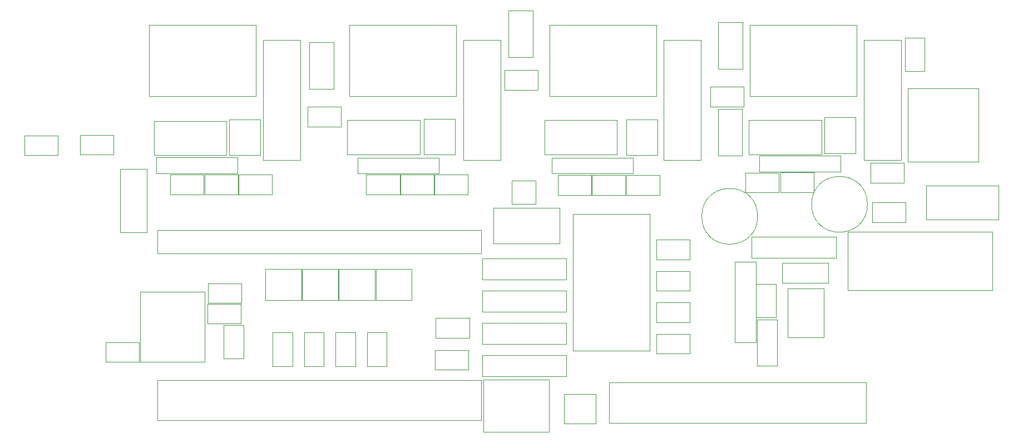
<source format=gbr>
G04 #@! TF.GenerationSoftware,KiCad,Pcbnew,(6.0.0)*
G04 #@! TF.CreationDate,2022-02-21T09:00:57-08:00*
G04 #@! TF.ProjectId,MakeItRain,4d616b65-4974-4526-9169-6e2e6b696361,rev?*
G04 #@! TF.SameCoordinates,Original*
G04 #@! TF.FileFunction,Other,User*
%FSLAX46Y46*%
G04 Gerber Fmt 4.6, Leading zero omitted, Abs format (unit mm)*
G04 Created by KiCad (PCBNEW (6.0.0)) date 2022-02-21 09:00:57*
%MOMM*%
%LPD*%
G01*
G04 APERTURE LIST*
%ADD10C,0.050000*%
%ADD11C,0.100000*%
G04 APERTURE END LIST*
D10*
G04 #@! TO.C,C1*
X58589800Y-86716900D02*
X58589800Y-96316900D01*
X58589800Y-96316900D02*
X62689800Y-96316900D01*
X62689800Y-86716900D02*
X58589800Y-86716900D01*
X62689800Y-96316900D02*
X62689800Y-86716900D01*
G04 #@! TO.C,C2*
X87383000Y-67369700D02*
X87383000Y-74469700D01*
X87383000Y-74469700D02*
X91083000Y-74469700D01*
X91083000Y-74469700D02*
X91083000Y-67369700D01*
X91083000Y-67369700D02*
X87383000Y-67369700D01*
G04 #@! TO.C,C3*
X117723600Y-62535000D02*
X117723600Y-69635000D01*
X117723600Y-69635000D02*
X121423600Y-69635000D01*
X121423600Y-69635000D02*
X121423600Y-62535000D01*
X121423600Y-62535000D02*
X117723600Y-62535000D01*
G04 #@! TO.C,C4*
X149631900Y-64348300D02*
X149631900Y-71448300D01*
X153331900Y-64348300D02*
X149631900Y-64348300D01*
X153331900Y-71448300D02*
X153331900Y-64348300D01*
X149631900Y-71448300D02*
X153331900Y-71448300D01*
G04 #@! TO.C,D3*
X80325000Y-67030000D02*
X80325000Y-85370000D01*
X86045000Y-67030000D02*
X80325000Y-67030000D01*
X86045000Y-85370000D02*
X86045000Y-67030000D01*
X80325000Y-85370000D02*
X86045000Y-85370000D01*
G04 #@! TO.C,D5*
X110805000Y-67030000D02*
X110805000Y-85370000D01*
X110805000Y-85370000D02*
X116525000Y-85370000D01*
X116525000Y-85370000D02*
X116525000Y-67030000D01*
X116525000Y-67030000D02*
X110805000Y-67030000D01*
G04 #@! TO.C,D7*
X177485000Y-85370000D02*
X177485000Y-67030000D01*
X177485000Y-67030000D02*
X171765000Y-67030000D01*
X171765000Y-67030000D02*
X171765000Y-85370000D01*
X171765000Y-85370000D02*
X177485000Y-85370000D01*
G04 #@! TO.C,D9*
X147005000Y-85370000D02*
X147005000Y-67030000D01*
X141285000Y-67030000D02*
X141285000Y-85370000D01*
X141285000Y-85370000D02*
X147005000Y-85370000D01*
X147005000Y-67030000D02*
X141285000Y-67030000D01*
G04 #@! TO.C,D1*
X126143800Y-125482100D02*
X130993800Y-125482100D01*
X130993800Y-120982100D02*
X126143800Y-120982100D01*
X130993800Y-125482100D02*
X130993800Y-120982100D01*
X126143800Y-120982100D02*
X126143800Y-125482100D01*
G04 #@! TO.C,IC2*
X165709800Y-112314900D02*
X160209800Y-112314900D01*
X165709800Y-104864900D02*
X165709800Y-112314900D01*
X160209800Y-112314900D02*
X160209800Y-104864900D01*
X160209800Y-104864900D02*
X165709800Y-104864900D01*
G04 #@! TO.C,J2*
X113540000Y-124990000D02*
X64240000Y-124990000D01*
X113540000Y-118890000D02*
X113540000Y-124990000D01*
X64240000Y-118890000D02*
X113540000Y-118890000D01*
X64240000Y-124990000D02*
X64240000Y-118890000D01*
G04 #@! TO.C,J3*
X113540000Y-99590000D02*
X64240000Y-99590000D01*
X113540000Y-96040000D02*
X113540000Y-99590000D01*
X64240000Y-96040000D02*
X113540000Y-96040000D01*
X64240000Y-99590000D02*
X64240000Y-96040000D01*
G04 #@! TO.C,L1*
X152134500Y-113079000D02*
X155334500Y-113079000D01*
X155334500Y-113079000D02*
X155334500Y-100819000D01*
X152134500Y-100819000D02*
X152134500Y-113079000D01*
X155334500Y-100819000D02*
X152134500Y-100819000D01*
G04 #@! TO.C,P1*
X189250000Y-85590000D02*
X189250000Y-74420000D01*
X178440000Y-74420000D02*
X178440000Y-85590000D01*
X189250000Y-74420000D02*
X178440000Y-74420000D01*
X178440000Y-85590000D02*
X189250000Y-85590000D01*
G04 #@! TO.C,Q3*
X74793700Y-84584600D02*
X63753700Y-84584600D01*
X63753700Y-84584600D02*
X63753700Y-79394600D01*
X63753700Y-79394600D02*
X74793700Y-79394600D01*
X74793700Y-79394600D02*
X74793700Y-84584600D01*
G04 #@! TO.C,Q6*
X104212600Y-84472600D02*
X93172600Y-84472600D01*
X93172600Y-79282600D02*
X104212600Y-79282600D01*
X93172600Y-84472600D02*
X93172600Y-79282600D01*
X104212600Y-79282600D02*
X104212600Y-84472600D01*
G04 #@! TO.C,Q7*
X97346300Y-106636700D02*
X91886300Y-106636700D01*
X91886300Y-101896700D02*
X97346300Y-101896700D01*
X97346300Y-106636700D02*
X97346300Y-101896700D01*
X91886300Y-101896700D02*
X91886300Y-106636700D01*
G04 #@! TO.C,Q9*
X123149700Y-84472600D02*
X123149700Y-79282600D01*
X134189700Y-79282600D02*
X134189700Y-84472600D01*
X123149700Y-79282600D02*
X134189700Y-79282600D01*
X134189700Y-84472600D02*
X123149700Y-84472600D01*
G04 #@! TO.C,Q12*
X165333200Y-79282600D02*
X165333200Y-84472600D01*
X165333200Y-84472600D02*
X154293200Y-84472600D01*
X154293200Y-79282600D02*
X165333200Y-79282600D01*
X154293200Y-84472600D02*
X154293200Y-79282600D01*
G04 #@! TO.C,Q13*
X192315500Y-89205400D02*
X192315500Y-94395400D01*
X181275500Y-94395400D02*
X181275500Y-89205400D01*
X192315500Y-94395400D02*
X181275500Y-94395400D01*
X181275500Y-89205400D02*
X192315500Y-89205400D01*
G04 #@! TO.C,R1*
X44037000Y-81585000D02*
X44037000Y-84585000D01*
X44037000Y-84585000D02*
X49127000Y-84585000D01*
X49127000Y-84585000D02*
X49127000Y-81585000D01*
X49127000Y-81585000D02*
X44037000Y-81585000D01*
G04 #@! TO.C,Z2*
X93470000Y-75560000D02*
X109720000Y-75560000D01*
X93470000Y-64750000D02*
X93470000Y-75560000D01*
X109720000Y-75560000D02*
X109720000Y-64750000D01*
X109720000Y-64750000D02*
X93470000Y-64750000D01*
G04 #@! TO.C,Z3*
X140200000Y-64750000D02*
X123950000Y-64750000D01*
X140200000Y-75560000D02*
X140200000Y-64750000D01*
X123950000Y-75560000D02*
X140200000Y-75560000D01*
X123950000Y-64750000D02*
X123950000Y-75560000D01*
G04 #@! TO.C,Z4*
X170680000Y-75560000D02*
X170680000Y-64750000D01*
X154430000Y-64750000D02*
X154430000Y-75560000D01*
X154430000Y-75560000D02*
X170680000Y-75560000D01*
X170680000Y-64750000D02*
X154430000Y-64750000D01*
G04 #@! TO.C,Z1*
X62990000Y-75560000D02*
X79240000Y-75560000D01*
X62990000Y-64750000D02*
X62990000Y-75560000D01*
X79240000Y-75560000D02*
X79240000Y-64750000D01*
X79240000Y-64750000D02*
X62990000Y-64750000D01*
G04 #@! TO.C,J1*
X172149000Y-119242300D02*
X132999000Y-119242300D01*
X132999000Y-119242300D02*
X132999000Y-125392300D01*
X172149000Y-125392300D02*
X172149000Y-119242300D01*
X132999000Y-125392300D02*
X172149000Y-125392300D01*
G04 #@! TO.C,Z5*
X64091500Y-84945400D02*
X76441500Y-84945400D01*
X76441500Y-84945400D02*
X76441500Y-87365400D01*
X64091500Y-87365400D02*
X64091500Y-84945400D01*
X76441500Y-87365400D02*
X64091500Y-87365400D01*
G04 #@! TO.C,Z6*
X107067500Y-87406000D02*
X94717500Y-87406000D01*
X94717500Y-84986000D02*
X107067500Y-84986000D01*
X94717500Y-87406000D02*
X94717500Y-84986000D01*
X107067500Y-84986000D02*
X107067500Y-87406000D01*
G04 #@! TO.C,Z8*
X168213300Y-87074200D02*
X155863300Y-87074200D01*
X168213300Y-84654200D02*
X168213300Y-87074200D01*
X155863300Y-84654200D02*
X168213300Y-84654200D01*
X155863300Y-87074200D02*
X155863300Y-84654200D01*
G04 #@! TO.C,C8*
X172324100Y-92075800D02*
G75*
G03*
X172324100Y-92075800I-4250000J0D01*
G01*
G04 #@! TO.C,Q4*
X86288400Y-101909800D02*
X86288400Y-106649800D01*
X86288400Y-101909800D02*
X91748400Y-101909800D01*
X91748400Y-106649800D02*
X86288400Y-106649800D01*
X91748400Y-106649800D02*
X91748400Y-101909800D01*
G04 #@! TO.C,R23*
X77072300Y-107127200D02*
X77072300Y-104127200D01*
X71982300Y-104127200D02*
X71982300Y-107127200D01*
X77072300Y-104127200D02*
X71982300Y-104127200D01*
X71982300Y-107127200D02*
X77072300Y-107127200D01*
G04 #@! TO.C,R31*
X86597100Y-111624500D02*
X86597100Y-116714500D01*
X89597100Y-111624500D02*
X86597100Y-111624500D01*
X89597100Y-116714500D02*
X89597100Y-111624500D01*
X86597100Y-116714500D02*
X89597100Y-116714500D01*
G04 #@! TO.C,R16*
X135491400Y-90645900D02*
X135491400Y-87645900D01*
X135491400Y-87645900D02*
X130401400Y-87645900D01*
X130401400Y-87645900D02*
X130401400Y-90645900D01*
X130401400Y-90645900D02*
X135491400Y-90645900D01*
G04 #@! TO.C,Q2*
X75188800Y-84576600D02*
X75188800Y-79116600D01*
X75188800Y-84576600D02*
X79928800Y-84576600D01*
X79928800Y-79116600D02*
X75188800Y-79116600D01*
X79928800Y-79116600D02*
X79928800Y-84576600D01*
G04 #@! TO.C,R24*
X76966700Y-107265100D02*
X71876700Y-107265100D01*
X76966700Y-110265100D02*
X76966700Y-107265100D01*
X71876700Y-110265100D02*
X76966700Y-110265100D01*
X71876700Y-107265100D02*
X71876700Y-110265100D01*
G04 #@! TO.C,R5*
X87107500Y-80228900D02*
X92197500Y-80228900D01*
X87107500Y-77228900D02*
X87107500Y-80228900D01*
X92197500Y-77228900D02*
X87107500Y-77228900D01*
X92197500Y-80228900D02*
X92197500Y-77228900D01*
G04 #@! TO.C,RV1*
X115379100Y-92618800D02*
X115379100Y-98018800D01*
X125479100Y-92618800D02*
X115379100Y-92618800D01*
X125479100Y-98018800D02*
X125479100Y-92618800D01*
X115379100Y-98018800D02*
X125479100Y-98018800D01*
G04 #@! TO.C,J4*
X118230900Y-88444000D02*
X118230900Y-92044000D01*
X118230900Y-92044000D02*
X121830900Y-92044000D01*
X121830900Y-92044000D02*
X121830900Y-88444000D01*
X121830900Y-88444000D02*
X118230900Y-88444000D01*
G04 #@! TO.C,R15*
X125238500Y-87652400D02*
X125238500Y-90652400D01*
X130328500Y-90652400D02*
X130328500Y-87652400D01*
X125238500Y-90652400D02*
X130328500Y-90652400D01*
X130328500Y-87652400D02*
X125238500Y-87652400D01*
G04 #@! TO.C,R2*
X57609000Y-81511900D02*
X52519000Y-81511900D01*
X57609000Y-84511900D02*
X57609000Y-81511900D01*
X52519000Y-81511900D02*
X52519000Y-84511900D01*
X52519000Y-84511900D02*
X57609000Y-84511900D01*
G04 #@! TO.C,R17*
X181040300Y-71792800D02*
X181040300Y-66702800D01*
X178040300Y-66702800D02*
X178040300Y-71792800D01*
X181040300Y-66702800D02*
X178040300Y-66702800D01*
X178040300Y-71792800D02*
X181040300Y-71792800D01*
G04 #@! TO.C,R4*
X106504700Y-117264800D02*
X111594700Y-117264800D01*
X111594700Y-117264800D02*
X111594700Y-114264800D01*
X111594700Y-114264800D02*
X106504700Y-114264800D01*
X106504700Y-114264800D02*
X106504700Y-117264800D01*
G04 #@! TO.C,R18*
X172793400Y-88783100D02*
X177883400Y-88783100D01*
X177883400Y-88783100D02*
X177883400Y-85783100D01*
X172793400Y-85783100D02*
X172793400Y-88783100D01*
X177883400Y-85783100D02*
X172793400Y-85783100D01*
G04 #@! TO.C,R29*
X145281000Y-111826100D02*
X140191000Y-111826100D01*
X140191000Y-114826100D02*
X145281000Y-114826100D01*
X140191000Y-111826100D02*
X140191000Y-114826100D01*
X145281000Y-114826100D02*
X145281000Y-111826100D01*
G04 #@! TO.C,R25*
X77359900Y-110478500D02*
X74359900Y-110478500D01*
X74359900Y-110478500D02*
X74359900Y-115568500D01*
X77359900Y-115568500D02*
X77359900Y-110478500D01*
X74359900Y-115568500D02*
X77359900Y-115568500D01*
G04 #@! TO.C,R33*
X99177800Y-116714500D02*
X99177800Y-111624500D01*
X96177800Y-116714500D02*
X99177800Y-116714500D01*
X96177800Y-111624500D02*
X96177800Y-116714500D01*
X99177800Y-111624500D02*
X96177800Y-111624500D01*
G04 #@! TO.C,R14*
X140687400Y-87665200D02*
X135597400Y-87665200D01*
X140687400Y-90665200D02*
X140687400Y-87665200D01*
X135597400Y-87665200D02*
X135597400Y-90665200D01*
X135597400Y-90665200D02*
X140687400Y-90665200D01*
G04 #@! TO.C,Q11*
X170541500Y-78843000D02*
X165801500Y-78843000D01*
X170541500Y-78843000D02*
X170541500Y-84303000D01*
X165801500Y-84303000D02*
X165801500Y-78843000D01*
X165801500Y-84303000D02*
X170541500Y-84303000D01*
G04 #@! TO.C,R27*
X145281000Y-105247400D02*
X145281000Y-102247400D01*
X140191000Y-105247400D02*
X145281000Y-105247400D01*
X140191000Y-102247400D02*
X140191000Y-105247400D01*
X145281000Y-102247400D02*
X140191000Y-102247400D01*
G04 #@! TO.C,D4*
X113670300Y-113361400D02*
X126530300Y-113361400D01*
X113670300Y-110161400D02*
X113670300Y-113361400D01*
X126530300Y-113361400D02*
X126530300Y-110161400D01*
X126530300Y-110161400D02*
X113670300Y-110161400D01*
G04 #@! TO.C,D2*
X126530300Y-118270800D02*
X126530300Y-115070800D01*
X113670300Y-115070800D02*
X113670300Y-118270800D01*
X126530300Y-115070800D02*
X113670300Y-115070800D01*
X113670300Y-118270800D02*
X126530300Y-118270800D01*
D11*
G04 #@! TO.C,S1*
X123866200Y-118773800D02*
X123866200Y-126773800D01*
X113866200Y-118773800D02*
X123866200Y-118773800D01*
X123866200Y-126773800D02*
X113866200Y-126773800D01*
X113866200Y-126773800D02*
X113866200Y-118773800D01*
D10*
G04 #@! TO.C,R9*
X122172200Y-74633700D02*
X122172200Y-71633700D01*
X117082200Y-74633700D02*
X122172200Y-74633700D01*
X122172200Y-71633700D02*
X117082200Y-71633700D01*
X117082200Y-71633700D02*
X117082200Y-74633700D01*
G04 #@! TO.C,R13*
X153501000Y-74202800D02*
X148411000Y-74202800D01*
X148411000Y-77202800D02*
X153501000Y-77202800D01*
X148411000Y-74202800D02*
X148411000Y-77202800D01*
X153501000Y-77202800D02*
X153501000Y-74202800D01*
G04 #@! TO.C,R6*
X76600900Y-87573600D02*
X76600900Y-90573600D01*
X81690900Y-90573600D02*
X81690900Y-87573600D01*
X81690900Y-87573600D02*
X76600900Y-87573600D01*
X76600900Y-90573600D02*
X81690900Y-90573600D01*
G04 #@! TO.C,R11*
X96052100Y-90573600D02*
X101142100Y-90573600D01*
X96052100Y-87573600D02*
X96052100Y-90573600D01*
X101142100Y-87573600D02*
X96052100Y-87573600D01*
X101142100Y-90573600D02*
X101142100Y-87573600D01*
G04 #@! TO.C,R7*
X71306100Y-90573600D02*
X71306100Y-87573600D01*
X71306100Y-87573600D02*
X66216100Y-87573600D01*
X66216100Y-87573600D02*
X66216100Y-90573600D01*
X66216100Y-90573600D02*
X71306100Y-90573600D01*
D11*
G04 #@! TO.C,U2*
X191362900Y-96293100D02*
X191362900Y-105143100D01*
X191362900Y-105143100D02*
X169362900Y-105143100D01*
X169362900Y-96293100D02*
X191362900Y-96293100D01*
X169362900Y-105143100D02*
X169362900Y-96293100D01*
D10*
G04 #@! TO.C,Q10*
X97518100Y-101896700D02*
X102978100Y-101896700D01*
X97518100Y-101896700D02*
X97518100Y-106636700D01*
X102978100Y-106636700D02*
X97518100Y-106636700D01*
X102978100Y-106636700D02*
X102978100Y-101896700D01*
G04 #@! TO.C,D8*
X126530300Y-103542700D02*
X126530300Y-100342700D01*
X126530300Y-100342700D02*
X113670300Y-100342700D01*
X113670300Y-100342700D02*
X113670300Y-103542700D01*
X113670300Y-103542700D02*
X126530300Y-103542700D01*
G04 #@! TO.C,IC3*
X61605600Y-105439500D02*
X71495600Y-105439500D01*
X61605600Y-116099500D02*
X61605600Y-105439500D01*
X71495600Y-116099500D02*
X61605600Y-116099500D01*
X71495600Y-105439500D02*
X71495600Y-116099500D01*
G04 #@! TO.C,Q1*
X80692400Y-101914400D02*
X80692400Y-106654400D01*
X86152400Y-106654400D02*
X80692400Y-106654400D01*
X80692400Y-101914400D02*
X86152400Y-101914400D01*
X86152400Y-106654400D02*
X86152400Y-101914400D01*
G04 #@! TO.C,R26*
X140191000Y-97458100D02*
X140191000Y-100458100D01*
X145281000Y-100458100D02*
X145281000Y-97458100D01*
X145281000Y-97458100D02*
X140191000Y-97458100D01*
X140191000Y-100458100D02*
X145281000Y-100458100D01*
G04 #@! TO.C,R8*
X76512600Y-87573600D02*
X71422600Y-87573600D01*
X71422600Y-87573600D02*
X71422600Y-90573600D01*
X76512600Y-90573600D02*
X76512600Y-87573600D01*
X71422600Y-90573600D02*
X76512600Y-90573600D01*
G04 #@! TO.C,IC4*
X139216900Y-93559400D02*
X139216900Y-114399400D01*
X127516900Y-114399400D02*
X127516900Y-93559400D01*
X127516900Y-93559400D02*
X139216900Y-93559400D01*
X139216900Y-114399400D02*
X127516900Y-114399400D01*
G04 #@! TO.C,Q8*
X140396600Y-79122900D02*
X135656600Y-79122900D01*
X135656600Y-84582900D02*
X140396600Y-84582900D01*
X135656600Y-84582900D02*
X135656600Y-79122900D01*
X140396600Y-79122900D02*
X140396600Y-84582900D01*
G04 #@! TO.C,Q5*
X109527400Y-79049200D02*
X104787400Y-79049200D01*
X104787400Y-84509200D02*
X104787400Y-79049200D01*
X104787400Y-84509200D02*
X109527400Y-84509200D01*
X109527400Y-79049200D02*
X109527400Y-84509200D01*
G04 #@! TO.C,D10*
X154660100Y-97062200D02*
X154660100Y-100262200D01*
X154660100Y-100262200D02*
X167520100Y-100262200D01*
X167520100Y-97062200D02*
X154660100Y-97062200D01*
X167520100Y-100262200D02*
X167520100Y-97062200D01*
G04 #@! TO.C,C5*
X149584400Y-77584400D02*
X149584400Y-84684400D01*
X149584400Y-84684400D02*
X153284400Y-84684400D01*
X153284400Y-84684400D02*
X153284400Y-77584400D01*
X153284400Y-77584400D02*
X149584400Y-77584400D01*
G04 #@! TO.C,R21*
X178150200Y-91813200D02*
X173060200Y-91813200D01*
X173060200Y-91813200D02*
X173060200Y-94813200D01*
X178150200Y-94813200D02*
X178150200Y-91813200D01*
X173060200Y-94813200D02*
X178150200Y-94813200D01*
G04 #@! TO.C,C9*
X155612600Y-93906000D02*
G75*
G03*
X155612600Y-93906000I-4250000J0D01*
G01*
G04 #@! TO.C,R3*
X106638300Y-112418500D02*
X111728300Y-112418500D01*
X111728300Y-109418500D02*
X106638300Y-109418500D01*
X106638300Y-109418500D02*
X106638300Y-112418500D01*
X111728300Y-112418500D02*
X111728300Y-109418500D01*
G04 #@! TO.C,R30*
X84806700Y-116714500D02*
X84806700Y-111624500D01*
X81806700Y-111624500D02*
X81806700Y-116714500D01*
X84806700Y-111624500D02*
X81806700Y-111624500D01*
X81806700Y-116714500D02*
X84806700Y-116714500D01*
G04 #@! TO.C,R12*
X106316700Y-87551400D02*
X101226700Y-87551400D01*
X106316700Y-90551400D02*
X106316700Y-87551400D01*
X101226700Y-90551400D02*
X106316700Y-90551400D01*
X101226700Y-87551400D02*
X101226700Y-90551400D01*
G04 #@! TO.C,R22*
X158400200Y-109307700D02*
X158400200Y-104217700D01*
X158400200Y-104217700D02*
X155400200Y-104217700D01*
X155400200Y-104217700D02*
X155400200Y-109307700D01*
X155400200Y-109307700D02*
X158400200Y-109307700D01*
G04 #@! TO.C,R28*
X140191000Y-107036800D02*
X140191000Y-110036800D01*
X145281000Y-107036800D02*
X140191000Y-107036800D01*
X140191000Y-110036800D02*
X145281000Y-110036800D01*
X145281000Y-110036800D02*
X145281000Y-107036800D01*
G04 #@! TO.C,R20*
X159083300Y-87231000D02*
X159083300Y-90231000D01*
X164173300Y-87231000D02*
X159083300Y-87231000D01*
X164173300Y-90231000D02*
X164173300Y-87231000D01*
X159083300Y-90231000D02*
X164173300Y-90231000D01*
G04 #@! TO.C,R19*
X153720800Y-90280800D02*
X158810800Y-90280800D01*
X158810800Y-87280800D02*
X153720800Y-87280800D01*
X158810800Y-90280800D02*
X158810800Y-87280800D01*
X153720800Y-87280800D02*
X153720800Y-90280800D01*
G04 #@! TO.C,R10*
X106428100Y-87545900D02*
X106428100Y-90545900D01*
X111518100Y-87545900D02*
X106428100Y-87545900D01*
X111518100Y-90545900D02*
X111518100Y-87545900D01*
X106428100Y-90545900D02*
X111518100Y-90545900D01*
G04 #@! TO.C,C7*
X159313200Y-101021700D02*
X159313200Y-104021700D01*
X166413200Y-104021700D02*
X166413200Y-101021700D01*
X159313200Y-104021700D02*
X166413200Y-104021700D01*
X166413200Y-101021700D02*
X159313200Y-101021700D01*
G04 #@! TO.C,D6*
X113670300Y-105252100D02*
X113670300Y-108452100D01*
X113670300Y-108452100D02*
X126530300Y-108452100D01*
X126530300Y-105252100D02*
X113670300Y-105252100D01*
X126530300Y-108452100D02*
X126530300Y-105252100D01*
G04 #@! TO.C,R32*
X94387500Y-111624500D02*
X91387500Y-111624500D01*
X94387500Y-116714500D02*
X94387500Y-111624500D01*
X91387500Y-116714500D02*
X94387500Y-116714500D01*
X91387500Y-111624500D02*
X91387500Y-116714500D01*
G04 #@! TO.C,C6*
X158562800Y-109602200D02*
X155562800Y-109602200D01*
X155562800Y-116702200D02*
X158562800Y-116702200D01*
X155562800Y-109602200D02*
X155562800Y-116702200D01*
X158562800Y-116702200D02*
X158562800Y-109602200D01*
G04 #@! TO.C,Z7*
X124267600Y-87406000D02*
X124267600Y-84986000D01*
X136617600Y-84986000D02*
X136617600Y-87406000D01*
X136617600Y-87406000D02*
X124267600Y-87406000D01*
X124267600Y-84986000D02*
X136617600Y-84986000D01*
G04 #@! TO.C,R34*
X56389400Y-113068900D02*
X56389400Y-116068900D01*
X56389400Y-116068900D02*
X61479400Y-116068900D01*
X61479400Y-113068900D02*
X56389400Y-113068900D01*
X61479400Y-116068900D02*
X61479400Y-113068900D01*
G04 #@! TD*
M02*

</source>
